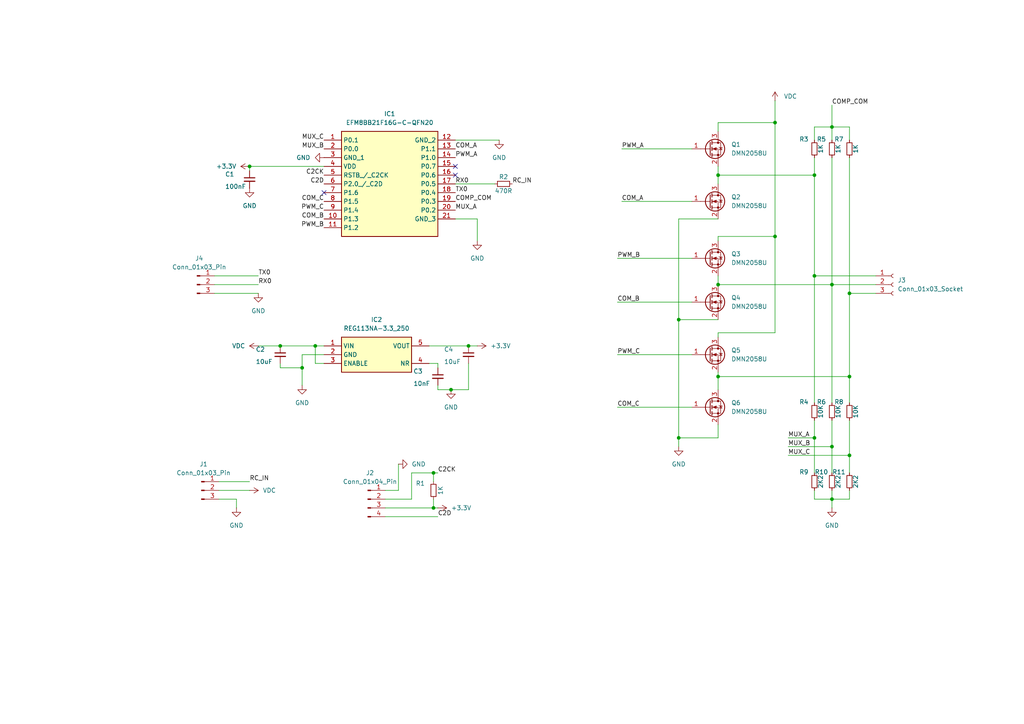
<source format=kicad_sch>
(kicad_sch (version 20231120) (generator "eeschema") (generator_version "8.0")
  (paper "A4")
  (lib_symbols
    (symbol "Connector:Conn_01x03_Pin" (pin_names (offset 1.016) hide)
      (property "Reference" "J" (at 0 5.08 0))
      (property "Value" "Conn_01x03_Pin" (at 0 -5.08 0))
      (symbol "Conn_01x03_Pin_1_1"
        (polyline (pts (xy 1.27 -2.54) (xy 0.8636 -2.54)) (stroke (width 0.1524)))
        (polyline (pts (xy 1.27 0) (xy 0.8636 0)) (stroke (width 0.1524)))
        (polyline (pts (xy 1.27 2.54) (xy 0.8636 2.54)) (stroke (width 0.1524)))
        (rectangle (start 0.8636 -2.413) (end 0 -2.667) (stroke (width 0.1524)) (fill (type outline)))
        (rectangle (start 0.8636 0.127) (end 0 -0.127) (stroke (width 0.1524)) (fill (type outline)))
        (rectangle (start 0.8636 2.667) (end 0 2.413) (stroke (width 0.1524)) (fill (type outline)))
        (pin passive line (at 5.08 2.54 180) (length 3.81) (name "Pin_1") (number "1"))
        (pin passive line (at 5.08 0 180) (length 3.81) (name "Pin_2") (number "2"))
        (pin passive line (at 5.08 -2.54 180) (length 3.81) (name "Pin_3") (number "3"))
      )
    )
    (symbol "Connector:Conn_01x03_Socket" (pin_names (offset 1.016) hide)
      (property "Reference" "J" (at 0 5.08 0))
      (property "Value" "Conn_01x03_Socket" (at 0 -5.08 0))
      (symbol "Conn_01x03_Socket_1_1"
        (arc (start 0 -2.032) (mid -0.5058 -2.54) (end 0 -3.048) (stroke (width 0.1524)))
        (polyline (pts (xy -1.27 -2.54) (xy -0.508 -2.54)) (stroke (width 0.1524)))
        (polyline (pts (xy -1.27 0) (xy -0.508 0)) (stroke (width 0.1524)))
        (polyline (pts (xy -1.27 2.54) (xy -0.508 2.54)) (stroke (width 0.1524)))
        (arc (start 0 0.508) (mid -0.5058 0) (end 0 -0.508) (stroke (width 0.1524)))
        (arc (start 0 3.048) (mid -0.5058 2.54) (end 0 2.032) (stroke (width 0.1524)))
        (pin passive line (at -5.08 2.54 0) (length 3.81) (name "Pin_1") (number "1"))
        (pin passive line (at -5.08 0 0) (length 3.81) (name "Pin_2") (number "2"))
        (pin passive line (at -5.08 -2.54 0) (length 3.81) (name "Pin_3") (number "3"))
      )
    )
    (symbol "Connector:Conn_01x04_Pin" (pin_names (offset 1.016) hide)
      (property "Reference" "J" (at 0 5.08 0))
      (property "Value" "Conn_01x04_Pin" (at 0 -7.62 0))
      (symbol "Conn_01x04_Pin_1_1"
        (polyline (pts (xy 1.27 -5.08) (xy 0.8636 -5.08)) (stroke (width 0.1524)))
        (polyline (pts (xy 1.27 -2.54) (xy 0.8636 -2.54)) (stroke (width 0.1524)))
        (polyline (pts (xy 1.27 0) (xy 0.8636 0)) (stroke (width 0.1524)))
        (polyline (pts (xy 1.27 2.54) (xy 0.8636 2.54)) (stroke (width 0.1524)))
        (rectangle (start 0.8636 -4.953) (end 0 -5.207) (stroke (width 0.1524)) (fill (type outline)))
        (rectangle (start 0.8636 -2.413) (end 0 -2.667) (stroke (width 0.1524)) (fill (type outline)))
        (rectangle (start 0.8636 0.127) (end 0 -0.127) (stroke (width 0.1524)) (fill (type outline)))
        (rectangle (start 0.8636 2.667) (end 0 2.413) (stroke (width 0.1524)) (fill (type outline)))
        (pin passive line (at 5.08 2.54 180) (length 3.81) (name "Pin_1") (number "1"))
        (pin passive line (at 5.08 0 180) (length 3.81) (name "Pin_2") (number "2"))
        (pin passive line (at 5.08 -2.54 180) (length 3.81) (name "Pin_3") (number "3"))
        (pin passive line (at 5.08 -5.08 180) (length 3.81) (name "Pin_4") (number "4"))
      )
    )
    (symbol "Device:C_Small" (pin_numbers hide) (pin_names (offset 0.254) hide)
      (property "Reference" "C" (at 0.254 1.778 0))
      (property "Value" "C_Small" (at 0.254 -2.032 0))
      (symbol "C_Small_0_1"
        (polyline (pts (xy -1.524 -0.508) (xy 1.524 -0.508)) (stroke (width 0.3302)))
        (polyline (pts (xy -1.524 0.508) (xy 1.524 0.508)) (stroke (width 0.3048)))
      )
      (symbol "C_Small_1_1"
        (pin passive line (at 0 2.54 270) (length 2.032) (name "~") (number "1"))
        (pin passive line (at 0 -2.54 90) (length 2.032) (name "~") (number "2"))
      )
    )
    (symbol "Device:R_Small" (pin_numbers hide) (pin_names (offset 0.254) hide)
      (property "Reference" "R" (at 0.762 0.508 0))
      (property "Value" "R_Small" (at 0.762 -1.016 0))
      (symbol "R_Small_0_1"
        (rectangle (start -0.762 1.778) (end 0.762 -1.778) (stroke (width 0.2032)))
      )
      (symbol "R_Small_1_1"
        (pin passive line (at 0 2.54 270) (length 0.762) (name "~") (number "1"))
        (pin passive line (at 0 -2.54 90) (length 0.762) (name "~") (number "2"))
      )
    )
    (symbol "Transistor_FET:DMN2058U" (pin_names hide)
      (property "Reference" "Q" (at 5.08 1.905 0))
      (property "Value" "DMN2058U" (at 5.08 0 0))
      (symbol "DMN2058U_0_1"
        (polyline (pts (xy 0.254 0) (xy -2.54 0)))
        (polyline (pts (xy 0.254 1.905) (xy 0.254 -1.905)) (stroke (width 0.254)))
        (polyline (pts (xy 0.762 -1.27) (xy 0.762 -2.286)) (stroke (width 0.254)))
        (polyline (pts (xy 0.762 0.508) (xy 0.762 -0.508)) (stroke (width 0.254)))
        (polyline (pts (xy 0.762 2.286) (xy 0.762 1.27)) (stroke (width 0.254)))
        (polyline (pts (xy 2.54 2.54) (xy 2.54 1.778)))
        (polyline (pts (xy 2.54 -2.54) (xy 2.54 0) (xy 0.762 0)))
        (polyline (pts (xy 0.762 -1.778) (xy 3.302 -1.778) (xy 3.302 1.778) (xy 0.762 1.778)))
        (polyline (pts (xy 1.016 0) (xy 2.032 0.381) (xy 2.032 -0.381) (xy 1.016 0)) (fill (type outline)))
        (polyline (pts (xy 2.794 0.508) (xy 2.921 0.381) (xy 3.683 0.381) (xy 3.81 0.254)))
        (polyline (pts (xy 3.302 0.381) (xy 2.921 -0.254) (xy 3.683 -0.254) (xy 3.302 0.381)))
        (circle (center 1.651 0) (radius 2.794) (stroke (width 0.254)))
        (circle (center 2.54 -1.778) (radius 0.254) (fill (type outline)))
        (circle (center 2.54 1.778) (radius 0.254) (fill (type outline)))
      )
      (symbol "DMN2058U_1_1"
        (pin input line (at -5.08 0 0) (length 2.54) (name "G") (number "1"))
        (pin passive line (at 2.54 -5.08 90) (length 2.54) (name "S") (number "2"))
        (pin passive line (at 2.54 5.08 270) (length 2.54) (name "D") (number "3"))
      )
    )
    (symbol "lib_blheli:EFM8BB21F16G-C-QFN20"
      (property "Reference" "IC" (at 34.29 7.62 0))
      (property "Value" "EFM8BB21F16G-C-QFN20" (at 34.29 5.08 0))
      (symbol "EFM8BB21F16G-C-QFN20_1_1"
        (rectangle (start 5.08 2.54) (end 33.02 -27.94) (stroke (width 0.254)) (fill (type background)))
        (pin passive line (at 0 0 0) (length 5.08) (name "P0.1") (number "1"))
        (pin passive line (at 0 -22.86 0) (length 5.08) (name "P1.3") (number "10"))
        (pin passive line (at 0 -25.4 0) (length 5.08) (name "P1.2") (number "11"))
        (pin passive line (at 38.1 0 180) (length 5.08) (name "GND_2") (number "12"))
        (pin passive line (at 38.1 -2.54 180) (length 5.08) (name "P1.1") (number "13"))
        (pin passive line (at 38.1 -5.08 180) (length 5.08) (name "P1.0") (number "14"))
        (pin passive line (at 38.1 -7.62 180) (length 5.08) (name "P0.7") (number "15"))
        (pin passive line (at 38.1 -10.16 180) (length 5.08) (name "P0.6") (number "16"))
        (pin passive line (at 38.1 -12.7 180) (length 5.08) (name "P0.5") (number "17"))
        (pin passive line (at 38.1 -15.24 180) (length 5.08) (name "P0.4") (number "18"))
        (pin passive line (at 38.1 -17.78 180) (length 5.08) (name "P0.3") (number "19"))
        (pin passive line (at 0 -2.54 0) (length 5.08) (name "P0.0") (number "2"))
        (pin passive line (at 38.1 -20.32 180) (length 5.08) (name "P0.2") (number "20"))
        (pin passive line (at 38.1 -22.86 180) (length 5.08) (name "GND_3") (number "21"))
        (pin passive line (at 0 -5.08 0) (length 5.08) (name "GND_1") (number "3"))
        (pin passive line (at 0 -7.62 0) (length 5.08) (name "VDD") (number "4"))
        (pin passive line (at 0 -10.16 0) (length 5.08) (name "RSTB_/_C2CK") (number "5"))
        (pin passive line (at 0 -12.7 0) (length 5.08) (name "P2.0_/_C2D") (number "6"))
        (pin passive line (at 0 -15.24 0) (length 5.08) (name "P1.6") (number "7"))
        (pin passive line (at 0 -17.78 0) (length 5.08) (name "P1.5") (number "8"))
        (pin passive line (at 0 -20.32 0) (length 5.08) (name "P1.4") (number "9"))
      )
    )
    (symbol "lib_blheli:REG113NA-3.3_250"
      (property "Reference" "IC" (at 26.67 7.62 0))
      (property "Value" "REG113NA-3.3_250" (at 26.67 5.08 0))
      (symbol "REG113NA-3.3_250_1_1"
        (rectangle (start 5.08 2.54) (end 25.4 -7.62) (stroke (width 0.254)) (fill (type background)))
        (pin passive line (at 0 0 0) (length 5.08) (name "VIN") (number "1"))
        (pin passive line (at 0 -2.54 0) (length 5.08) (name "GND") (number "2"))
        (pin passive line (at 0 -5.08 0) (length 5.08) (name "ENABLE") (number "3"))
        (pin passive line (at 30.48 -5.08 180) (length 5.08) (name "NR") (number "4"))
        (pin passive line (at 30.48 0 180) (length 5.08) (name "VOUT") (number "5"))
      )
    )
    (symbol "power:+3.3V" (power) (pin_numbers hide) (pin_names (offset 0) hide)
      (property "Value" "+3.3V" (at 0 3.556 0))
      (symbol "+3.3V_0_1"
        (polyline (pts (xy -0.762 1.27) (xy 0 2.54)))
        (polyline (pts (xy 0 0) (xy 0 2.54)))
        (polyline (pts (xy 0 2.54) (xy 0.762 1.27)))
      )
      (symbol "+3.3V_1_1"
        (pin power_in line (at 0 0 90) (length 0) (name "~") (number "1"))
      )
    )
    (symbol "power:GND" (power) (pin_numbers hide) (pin_names (offset 0) hide)
      (property "Value" "GND" (at 0 -3.81 0))
      (symbol "GND_0_1"
        (polyline (pts (xy 0 0) (xy 0 -1.27) (xy 1.27 -1.27) (xy 0 -2.54) (xy -1.27 -1.27) (xy 0 -1.27)))
      )
      (symbol "GND_1_1"
        (pin power_in line (at 0 0 270) (length 0) (name "~") (number "1"))
      )
    )
    (symbol "power:VDC" (power) (pin_numbers hide) (pin_names (offset 0) hide)
      (property "Value" "VDC" (at 0 3.556 0))
      (symbol "VDC_0_1"
        (polyline (pts (xy -0.762 1.27) (xy 0 2.54)))
        (polyline (pts (xy 0 0) (xy 0 2.54)))
        (polyline (pts (xy 0 2.54) (xy 0.762 1.27)))
      )
      (symbol "VDC_1_1"
        (pin power_in line (at 0 0 90) (length 0) (name "~") (number "1"))
      )
    )
  )
  (junction (at 246.38 109.22))
  (junction (at 241.3 36.83))
  (junction (at 72.39 48.26))
  (junction (at 87.63 106.68))
  (junction (at 246.38 85.09))
  (junction (at 241.3 144.78))
  (junction (at 236.22 80.01))
  (junction (at 208.28 50.8))
  (junction (at 224.79 68.58))
  (junction (at 208.28 109.22))
  (junction (at 241.3 129.54))
  (junction (at 91.44 100.33))
  (junction (at 125.73 147.32))
  (junction (at 241.3 82.55))
  (junction (at 236.22 50.8))
  (junction (at 208.28 82.55))
  (junction (at 246.38 132.08))
  (junction (at 196.85 127))
  (junction (at 236.22 127))
  (junction (at 224.79 35.56))
  (junction (at 196.85 92.71))
  (junction (at 125.73 137.16))
  (junction (at 81.28 100.33))
  (junction (at 135.89 100.33))
  (junction (at 130.81 113.03))
  (no_connect (at 93.98 55.88))
  (no_connect (at 132.08 48.26))
  (no_connect (at 132.08 50.8))
  (wire (pts (xy 236.22 50.8) (xy 236.22 80.01)))
  (wire (pts (xy 236.22 80.01) (xy 236.22 116.84)))
  (wire (pts (xy 241.3 45.72) (xy 241.3 82.55)))
  (wire (pts (xy 246.38 144.78) (xy 241.3 144.78)))
  (wire (pts (xy 179.07 102.87) (xy 200.66 102.87)))
  (wire (pts (xy 236.22 144.78) (xy 241.3 144.78)))
  (wire (pts (xy 125.73 144.78) (xy 125.73 147.32)))
  (wire (pts (xy 180.34 43.18) (xy 200.66 43.18)))
  (wire (pts (xy 124.46 100.33) (xy 135.89 100.33)))
  (wire (pts (xy 241.3 142.24) (xy 241.3 144.78)))
  (wire (pts (xy 208.28 107.95) (xy 208.28 109.22)))
  (wire (pts (xy 63.5 144.78) (xy 68.58 144.78)))
  (wire (pts (xy 236.22 80.01) (xy 254 80.01)))
  (wire (pts (xy 127 113.03) (xy 130.81 113.03)))
  (wire (pts (xy 127 105.41) (xy 127 106.68)))
  (wire (pts (xy 246.38 109.22) (xy 246.38 116.84)))
  (wire (pts (xy 81.28 100.33) (xy 91.44 100.33)))
  (wire (pts (xy 87.63 102.87) (xy 87.63 106.68)))
  (wire (pts (xy 236.22 36.83) (xy 241.3 36.83)))
  (wire (pts (xy 91.44 100.33) (xy 93.98 100.33)))
  (wire (pts (xy 208.28 96.52) (xy 208.28 97.79)))
  (wire (pts (xy 241.3 30.48) (xy 241.3 36.83)))
  (wire (pts (xy 241.3 144.78) (xy 241.3 147.32)))
  (wire (pts (xy 246.38 36.83) (xy 241.3 36.83)))
  (wire (pts (xy 179.07 74.93) (xy 200.66 74.93)))
  (wire (pts (xy 135.89 113.03) (xy 130.81 113.03)))
  (wire (pts (xy 196.85 127) (xy 196.85 129.54)))
  (wire (pts (xy 179.07 118.11) (xy 200.66 118.11)))
  (wire (pts (xy 208.28 63.5) (xy 196.85 63.5)))
  (wire (pts (xy 246.38 45.72) (xy 246.38 85.09)))
  (wire (pts (xy 208.28 48.26) (xy 208.28 50.8)))
  (wire (pts (xy 62.23 85.09) (xy 74.93 85.09)))
  (wire (pts (xy 241.3 121.92) (xy 241.3 129.54)))
  (wire (pts (xy 246.38 132.08) (xy 246.38 137.16)))
  (wire (pts (xy 246.38 121.92) (xy 246.38 132.08)))
  (wire (pts (xy 125.73 137.16) (xy 125.73 139.7)))
  (wire (pts (xy 246.38 85.09) (xy 246.38 109.22)))
  (wire (pts (xy 208.28 82.55) (xy 241.3 82.55)))
  (wire (pts (xy 115.57 134.62) (xy 115.57 142.24)))
  (wire (pts (xy 241.3 129.54) (xy 241.3 137.16)))
  (wire (pts (xy 228.6 132.08) (xy 246.38 132.08)))
  (wire (pts (xy 125.73 137.16) (xy 119.38 137.16)))
  (wire (pts (xy 236.22 127) (xy 236.22 137.16)))
  (wire (pts (xy 127 111.76) (xy 127 113.03)))
  (wire (pts (xy 81.28 105.41) (xy 81.28 106.68)))
  (wire (pts (xy 208.28 35.56) (xy 208.28 38.1)))
  (wire (pts (xy 62.23 82.55) (xy 74.93 82.55)))
  (wire (pts (xy 132.08 63.5) (xy 138.43 63.5)))
  (wire (pts (xy 138.43 63.5) (xy 138.43 69.85)))
  (wire (pts (xy 179.07 87.63) (xy 200.66 87.63)))
  (wire (pts (xy 68.58 144.78) (xy 68.58 147.32)))
  (wire (pts (xy 180.34 58.42) (xy 200.66 58.42)))
  (wire (pts (xy 72.39 48.26) (xy 72.39 49.53)))
  (wire (pts (xy 93.98 102.87) (xy 87.63 102.87)))
  (wire (pts (xy 208.28 80.01) (xy 208.28 82.55)))
  (wire (pts (xy 63.5 139.7) (xy 72.39 139.7)))
  (wire (pts (xy 127 137.16) (xy 125.73 137.16)))
  (wire (pts (xy 208.28 50.8) (xy 208.28 53.34)))
  (wire (pts (xy 228.6 129.54) (xy 241.3 129.54)))
  (wire (pts (xy 87.63 106.68) (xy 87.63 111.76)))
  (wire (pts (xy 208.28 68.58) (xy 224.79 68.58)))
  (wire (pts (xy 246.38 85.09) (xy 254 85.09)))
  (wire (pts (xy 208.28 35.56) (xy 224.79 35.56)))
  (wire (pts (xy 208.28 92.71) (xy 196.85 92.71)))
  (wire (pts (xy 208.28 109.22) (xy 246.38 109.22)))
  (wire (pts (xy 115.57 142.24) (xy 111.76 142.24)))
  (wire (pts (xy 246.38 142.24) (xy 246.38 144.78)))
  (wire (pts (xy 224.79 35.56) (xy 224.79 68.58)))
  (wire (pts (xy 224.79 96.52) (xy 208.28 96.52)))
  (wire (pts (xy 62.23 80.01) (xy 74.93 80.01)))
  (wire (pts (xy 81.28 106.68) (xy 87.63 106.68)))
  (wire (pts (xy 74.93 100.33) (xy 81.28 100.33)))
  (wire (pts (xy 236.22 40.64) (xy 236.22 36.83)))
  (wire (pts (xy 196.85 63.5) (xy 196.85 92.71)))
  (wire (pts (xy 119.38 144.78) (xy 111.76 144.78)))
  (wire (pts (xy 124.46 105.41) (xy 127 105.41)))
  (wire (pts (xy 246.38 40.64) (xy 246.38 36.83)))
  (wire (pts (xy 224.79 29.21) (xy 224.79 35.56)))
  (wire (pts (xy 132.08 53.34) (xy 143.51 53.34)))
  (wire (pts (xy 236.22 142.24) (xy 236.22 144.78)))
  (wire (pts (xy 208.28 127) (xy 196.85 127)))
  (wire (pts (xy 208.28 109.22) (xy 208.28 113.03)))
  (wire (pts (xy 196.85 92.71) (xy 196.85 127)))
  (wire (pts (xy 224.79 68.58) (xy 224.79 96.52)))
  (wire (pts (xy 127 149.86) (xy 111.76 149.86)))
  (wire (pts (xy 135.89 100.33) (xy 138.43 100.33)))
  (wire (pts (xy 132.08 40.64) (xy 144.78 40.64)))
  (wire (pts (xy 241.3 36.83) (xy 241.3 40.64)))
  (wire (pts (xy 236.22 45.72) (xy 236.22 50.8)))
  (wire (pts (xy 111.76 147.32) (xy 125.73 147.32)))
  (wire (pts (xy 93.98 105.41) (xy 91.44 105.41)))
  (wire (pts (xy 125.73 147.32) (xy 127 147.32)))
  (wire (pts (xy 208.28 50.8) (xy 236.22 50.8)))
  (wire (pts (xy 208.28 123.19) (xy 208.28 127)))
  (wire (pts (xy 228.6 127) (xy 236.22 127)))
  (wire (pts (xy 119.38 137.16) (xy 119.38 144.78)))
  (wire (pts (xy 241.3 82.55) (xy 241.3 116.84)))
  (wire (pts (xy 72.39 48.26) (xy 93.98 48.26)))
  (wire (pts (xy 208.28 68.58) (xy 208.28 69.85)))
  (wire (pts (xy 91.44 105.41) (xy 91.44 100.33)))
  (wire (pts (xy 135.89 105.41) (xy 135.89 113.03)))
  (wire (pts (xy 63.5 142.24) (xy 72.39 142.24)))
  (wire (pts (xy 236.22 121.92) (xy 236.22 127)))
  (wire (pts (xy 241.3 82.55) (xy 254 82.55)))
  (label "PWM_C" (at 93.98 60.96 180))
  (label "COMP_COM" (at 241.3 30.48 0))
  (label "PWM_A" (at 132.08 45.72 0))
  (label "COM_B" (at 93.98 63.5 180))
  (label "PWM_B" (at 179.07 74.93 0))
  (label "C2CK" (at 127 137.16 0))
  (label "TX0" (at 74.93 80.01 0))
  (label "COM_C" (at 179.07 118.11 0))
  (label "C2D" (at 93.98 53.34 180))
  (label "C2D" (at 127 149.86 0))
  (label "RC_IN" (at 72.39 139.7 0))
  (label "MUX_A" (at 132.08 60.96 0))
  (label "COMP_COM" (at 132.08 58.42 0))
  (label "TX0" (at 132.08 55.88 0))
  (label "MUX_C" (at 228.6 132.08 0))
  (label "PWM_A" (at 180.34 43.18 0))
  (label "COM_A" (at 180.34 58.42 0))
  (label "MUX_A" (at 228.6 127 0))
  (label "RX0" (at 132.08 53.34 0))
  (label "PWM_B" (at 93.98 66.04 180))
  (label "COM_B" (at 179.07 87.63 0))
  (label "MUX_B" (at 228.6 129.54 0))
  (label "COM_A" (at 132.08 43.18 0))
  (label "MUX_B" (at 93.98 43.18 180))
  (label "PWM_C" (at 179.07 102.87 0))
  (label "RC_IN" (at 148.59 53.34 0))
  (label "RX0" (at 74.93 82.55 0))
  (label "MUX_C" (at 93.98 40.64 180))
  (label "C2CK" (at 93.98 50.8 180))
  (label "COM_C" (at 93.98 58.42 180))
  (symbol (lib_id "power:GND") (at 130.81 113.03 0) (unit 1)
    (property "Reference" "#PWR017" (effects (hide yes)))
    (property "Value" "GND" (at 130.81 118.11 0))
    (property "Description" "Power symbol creates a global label with name \"GND\" , ground" (effects (hide yes)))
  )
  (symbol (lib_id "power:+3.3V") (at 72.39 48.26 90) (unit 1)
    (property "Reference" "#PWR01" (effects (hide yes)))
    (property "Value" "+3.3V" (at 68.58 48.2599 90) (effects (justify left)))
    (property "Description" "Power symbol creates a global label with name \"+3.3V\"" (effects (hide yes)))
  )
  (symbol (lib_id "Device:R_Small") (at 241.3 43.18 180) (unit 1)
    (property "Reference" "R5" (at 238.252 40.386 0))
    (property "Value" "1K" (at 243.078 43.18 90))
    (property "Footprint" "Resistor_SMD:R_0603_1608Metric" (effects (hide yes)))
    (property "Description" "Resistor, small symbol" (effects (hide yes)))
  )
  (symbol (lib_id "power:+3.3V") (at 138.43 100.33 270) (unit 1)
    (property "Reference" "#PWR014" (effects (hide yes)))
    (property "Value" "+3.3V" (at 142.24 100.3299 90) (effects (justify left)))
    (property "Description" "Power symbol creates a global label with name \"+3.3V\"" (effects (hide yes)))
  )
  (symbol (lib_id "lib_blheli:REG113NA-3.3_250") (at 93.98 100.33 0) (unit 1)
    (property "Reference" "IC2" (at 109.22 92.71 0))
    (property "Value" "REG113NA-3.3_250" (at 109.22 95.25 0))
    (property "Footprint" "footprint_blheli:SOT95P280X145-5N" (effects (hide yes)))
    (property "Datasheet" "https://www.ti.com/lit/ds/symlink/reg113.pdf?HQS=TI-null-null-digikeymode-df-pf-null-wwe&ts=1598418988336" (effects (hide yes)))
    (property "Description" "400mA,3.3V,LDO Voltage Reg.,REG113NA-3.3" (effects (hide yes)))
    (property "Height" "1.45" (effects (hide yes)))
    (property "Mouser Part Number" "595-REG113NA-3.3/250" (effects (hide yes)))
    (property "Mouser Price/Stock" "https://www.mouser.co.uk/ProductDetail/Texas-Instruments/REG113NA-3.3-250?qs=sSOk4GDDv7yFG3C8mHlZXA%3D%3D" (effects (hide yes)))
    (property "Manufacturer_Name" "Texas Instruments" (effects (hide yes)))
    (property "Manufacturer_Part_Number" "REG113NA-3.3/250" (effects (hide yes)))
  )
  (symbol (lib_id "Connector:Conn_01x03_Socket") (at 259.08 82.55 0) (unit 1)
    (property "Reference" "J3" (at 260.35 81.2799 0) (effects (justify left)))
    (property "Value" "Conn_01x03_Socket" (at 260.35 83.8199 0) (effects (justify left)))
    (property "Footprint" "Connector_PinHeader_2.00mm:PinHeader_1x03_P2.00mm_Vertical" (effects (hide yes)))
    (property "Description" "Generic connector, single row, 01x03, script generated" (effects (hide yes)))
  )
  (symbol (lib_id "Device:R_Small") (at 146.05 53.34 90) (unit 1)
    (property "Reference" "R2" (at 146.05 51.308 90))
    (property "Value" "470R" (at 146.05 55.372 90))
    (property "Footprint" "Resistor_SMD:R_0603_1608Metric" (effects (hide yes)))
    (property "Description" "Resistor, small symbol" (effects (hide yes)))
  )
  (symbol (lib_id "Transistor_FET:DMN2058U") (at 205.74 74.93 0) (unit 1)
    (property "Reference" "Q3" (at 212.09 73.6599 0) (effects (justify left)))
    (property "Value" "DMN2058U" (at 212.09 76.1999 0) (effects (justify left)))
    (property "Footprint" "Package_TO_SOT_SMD:SOT-23" (effects (hide yes)))
    (property "Datasheet" "http://www.diodes.com/assets/Datasheets/DMN2058U.pdf" (effects (hide yes)))
    (property "Description" "4.6A Id, 20V Vds, N-Channel MOSFET, SOT-23" (effects (hide yes)))
  )
  (symbol (lib_id "Transistor_FET:DMN2058U") (at 205.74 87.63 0) (unit 1)
    (property "Reference" "Q4" (at 212.09 86.3599 0) (effects (justify left)))
    (property "Value" "DMN2058U" (at 212.09 88.8999 0) (effects (justify left)))
    (property "Footprint" "Package_TO_SOT_SMD:SOT-23" (effects (hide yes)))
    (property "Datasheet" "http://www.diodes.com/assets/Datasheets/DMN2058U.pdf" (effects (hide yes)))
    (property "Description" "4.6A Id, 20V Vds, N-Channel MOSFET, SOT-23" (effects (hide yes)))
  )
  (symbol (lib_id "Device:C_Small") (at 81.28 102.87 0) (unit 1)
    (property "Reference" "C2" (at 74.168 101.346 0) (effects (justify left)))
    (property "Value" "10uF" (at 74.168 104.902 0) (effects (justify left)))
    (property "Footprint" "Capacitor_SMD:C_0603_1608Metric" (effects (hide yes)))
    (property "Description" "Unpolarized capacitor, small symbol" (effects (hide yes)))
  )
  (symbol (lib_id "power:GND") (at 115.57 134.62 90) (unit 1)
    (property "Reference" "#PWR06" (effects (hide yes)))
    (property "Value" "GND" (at 119.38 134.6199 90) (effects (justify right)))
    (property "Description" "Power symbol creates a global label with name \"GND\" , ground" (effects (hide yes)))
  )
  (symbol (lib_id "Connector:Conn_01x04_Pin") (at 106.68 144.78 0) (unit 1)
    (property "Reference" "J2" (at 107.315 137.16 0))
    (property "Value" "Conn_01x04_Pin" (at 107.315 139.7 0))
    (property "Footprint" "Connector_PinHeader_1.27mm:PinHeader_1x04_P1.27mm_Vertical" (effects (hide yes)))
    (property "Description" "Generic connector, single row, 01x04, script generated" (effects (hide yes)))
  )
  (symbol (lib_id "Device:R_Small") (at 246.38 119.38 180) (unit 1)
    (property "Reference" "R8" (at 243.332 116.586 0))
    (property "Value" "10K" (at 248.158 119.38 90))
    (property "Footprint" "Resistor_SMD:R_0603_1608Metric" (effects (hide yes)))
    (property "Description" "Resistor, small symbol" (effects (hide yes)))
  )
  (symbol (lib_id "power:VDC") (at 224.79 29.21 0) (unit 1)
    (property "Reference" "#PWR011" (effects (hide yes)))
    (property "Value" "VDC" (at 227.33 27.9399 0) (effects (justify left)))
    (property "Description" "Power symbol creates a global label with name \"VDC\"" (effects (hide yes)))
  )
  (symbol (lib_id "Device:R_Small") (at 236.22 139.7 180) (unit 1)
    (property "Reference" "R9" (at 233.172 136.906 0))
    (property "Value" "2K2" (at 237.998 139.7 90))
    (property "Footprint" "Resistor_SMD:R_0603_1608Metric" (effects (hide yes)))
    (property "Description" "Resistor, small symbol" (effects (hide yes)))
  )
  (symbol (lib_id "Device:R_Small") (at 236.22 119.38 180) (unit 1)
    (property "Reference" "R4" (at 233.172 116.586 0))
    (property "Value" "10K" (at 237.998 119.38 90))
    (property "Footprint" "Resistor_SMD:R_0603_1608Metric" (effects (hide yes)))
    (property "Description" "Resistor, small symbol" (effects (hide yes)))
  )
  (symbol (lib_id "Device:R_Small") (at 241.3 139.7 180) (unit 1)
    (property "Reference" "R10" (at 238.252 136.906 0))
    (property "Value" "2K2" (at 243.078 139.7 90))
    (property "Footprint" "Resistor_SMD:R_0603_1608Metric" (effects (hide yes)))
    (property "Description" "Resistor, small symbol" (effects (hide yes)))
  )
  (symbol (lib_id "Device:R_Small") (at 246.38 43.18 180) (unit 1)
    (property "Reference" "R7" (at 243.332 40.386 0))
    (property "Value" "1K" (at 248.158 43.18 90))
    (property "Footprint" "Resistor_SMD:R_0603_1608Metric" (effects (hide yes)))
    (property "Description" "Resistor, small symbol" (effects (hide yes)))
  )
  (symbol (lib_id "Device:R_Small") (at 246.38 139.7 180) (unit 1)
    (property "Reference" "R11" (at 243.332 136.906 0))
    (property "Value" "2K2" (at 248.158 139.7 90))
    (property "Footprint" "Resistor_SMD:R_0603_1608Metric" (effects (hide yes)))
    (property "Description" "Resistor, small symbol" (effects (hide yes)))
  )
  (symbol (lib_id "Transistor_FET:DMN2058U") (at 205.74 58.42 0) (unit 1)
    (property "Reference" "Q2" (at 212.09 57.1499 0) (effects (justify left)))
    (property "Value" "DMN2058U" (at 212.09 59.6899 0) (effects (justify left)))
    (property "Footprint" "Package_TO_SOT_SMD:SOT-23" (effects (hide yes)))
    (property "Datasheet" "http://www.diodes.com/assets/Datasheets/DMN2058U.pdf" (effects (hide yes)))
    (property "Description" "4.6A Id, 20V Vds, N-Channel MOSFET, SOT-23" (effects (hide yes)))
  )
  (symbol (lib_id "Transistor_FET:DMN2058U") (at 205.74 118.11 0) (unit 1)
    (property "Reference" "Q6" (at 212.09 116.8399 0) (effects (justify left)))
    (property "Value" "DMN2058U" (at 212.09 119.3799 0) (effects (justify left)))
    (property "Footprint" "Package_TO_SOT_SMD:SOT-23" (effects (hide yes)))
    (property "Datasheet" "http://www.diodes.com/assets/Datasheets/DMN2058U.pdf" (effects (hide yes)))
    (property "Description" "4.6A Id, 20V Vds, N-Channel MOSFET, SOT-23" (effects (hide yes)))
  )
  (symbol (lib_id "Device:R_Small") (at 236.22 43.18 180) (unit 1)
    (property "Reference" "R3" (at 233.172 40.386 0))
    (property "Value" "1K" (at 237.998 43.18 90))
    (property "Footprint" "Resistor_SMD:R_0603_1608Metric" (effects (hide yes)))
    (property "Description" "Resistor, small symbol" (effects (hide yes)))
  )
  (symbol (lib_id "Device:C_Small") (at 135.89 102.87 0) (unit 1)
    (property "Reference" "C4" (at 128.778 101.346 0) (effects (justify left)))
    (property "Value" "10uF" (at 128.778 104.902 0) (effects (justify left)))
    (property "Footprint" "Capacitor_SMD:C_0603_1608Metric" (effects (hide yes)))
    (property "Description" "Unpolarized capacitor, small symbol" (effects (hide yes)))
  )
  (symbol (lib_id "Transistor_FET:DMN2058U") (at 205.74 43.18 0) (unit 1)
    (property "Reference" "Q1" (at 212.09 41.9099 0) (effects (justify left)))
    (property "Value" "DMN2058U" (at 212.09 44.4499 0) (effects (justify left)))
    (property "Footprint" "Package_TO_SOT_SMD:SOT-23" (effects (hide yes)))
    (property "Datasheet" "http://www.diodes.com/assets/Datasheets/DMN2058U.pdf" (effects (hide yes)))
    (property "Description" "4.6A Id, 20V Vds, N-Channel MOSFET, SOT-23" (effects (hide yes)))
  )
  (symbol (lib_id "Device:R_Small") (at 125.73 142.24 180) (unit 1)
    (property "Reference" "R1" (at 121.92 140.208 0))
    (property "Value" "1K" (at 127.762 142.24 90))
    (property "Footprint" "Resistor_SMD:R_0603_1608Metric" (effects (hide yes)))
    (property "Description" "Resistor, small symbol" (effects (hide yes)))
  )
  (symbol (lib_id "power:GND") (at 138.43 69.85 0) (unit 1)
    (property "Reference" "#PWR02" (effects (hide yes)))
    (property "Value" "GND" (at 138.43 74.93 0))
    (property "Description" "Power symbol creates a global label with name \"GND\" , ground" (effects (hide yes)))
  )
  (symbol (lib_id "Connector:Conn_01x03_Pin") (at 57.15 82.55 0) (unit 1)
    (property "Reference" "J4" (at 57.785 74.93 0))
    (property "Value" "Conn_01x03_Pin" (at 57.785 77.47 0))
    (property "Footprint" "Connector_PinHeader_2.00mm:PinHeader_1x03_P2.00mm_Vertical" (effects (hide yes)))
    (property "Description" "Generic connector, single row, 01x03, script generated" (effects (hide yes)))
  )
  (symbol (lib_id "power:GND") (at 74.93 85.09 0) (unit 1)
    (property "Reference" "#PWR09" (effects (hide yes)))
    (property "Value" "GND" (at 74.93 90.17 0))
    (property "Description" "Power symbol creates a global label with name \"GND\" , ground" (effects (hide yes)))
  )
  (symbol (lib_id "Device:C_Small") (at 72.39 52.07 0) (unit 1)
    (property "Reference" "C1" (at 65.278 50.546 0) (effects (justify left)))
    (property "Value" "100nF" (at 65.278 54.102 0) (effects (justify left)))
    (property "Footprint" "Capacitor_SMD:C_0603_1608Metric" (effects (hide yes)))
    (property "Description" "Unpolarized capacitor, small symbol" (effects (hide yes)))
  )
  (symbol (lib_id "Device:R_Small") (at 241.3 119.38 180) (unit 1)
    (property "Reference" "R6" (at 238.252 116.586 0))
    (property "Value" "10K" (at 243.078 119.38 90))
    (property "Footprint" "Resistor_SMD:R_0603_1608Metric" (effects (hide yes)))
    (property "Description" "Resistor, small symbol" (effects (hide yes)))
  )
  (symbol (lib_id "power:GND") (at 196.85 129.54 0) (unit 1)
    (property "Reference" "#PWR08" (effects (hide yes)))
    (property "Value" "GND" (at 196.85 134.62 0))
    (property "Description" "Power symbol creates a global label with name \"GND\" , ground" (effects (hide yes)))
  )
  (symbol (lib_id "power:VDC") (at 74.93 100.33 90) (unit 1)
    (property "Reference" "#PWR015" (effects (hide yes)))
    (property "Value" "VDC" (at 71.12 100.3299 90) (effects (justify left)))
    (property "Description" "Power symbol creates a global label with name \"VDC\"" (effects (hide yes)))
  )
  (symbol (lib_id "power:GND") (at 72.39 54.61 0) (unit 1)
    (property "Reference" "#PWR05" (effects (hide yes)))
    (property "Value" "GND" (at 72.39 59.69 0))
    (property "Description" "Power symbol creates a global label with name \"GND\" , ground" (effects (hide yes)))
  )
  (symbol (lib_id "Connector:Conn_01x03_Pin") (at 58.42 142.24 0) (unit 1)
    (property "Reference" "J1" (at 59.055 134.62 0))
    (property "Value" "Conn_01x03_Pin" (at 59.055 137.16 0))
    (property "Footprint" "footprint_blheli:HEADER_1x03_2.54mm_CASTELLATED" (effects (hide yes)))
    (property "Description" "Generic connector, single row, 01x03, script generated" (effects (hide yes)))
  )
  (symbol (lib_id "Transistor_FET:DMN2058U") (at 205.74 102.87 0) (unit 1)
    (property "Reference" "Q5" (at 212.09 101.5999 0) (effects (justify left)))
    (property "Value" "DMN2058U" (at 212.09 104.1399 0) (effects (justify left)))
    (property "Footprint" "Package_TO_SOT_SMD:SOT-23" (effects (hide yes)))
    (property "Datasheet" "http://www.diodes.com/assets/Datasheets/DMN2058U.pdf" (effects (hide yes)))
    (property "Description" "4.6A Id, 20V Vds, N-Channel MOSFET, SOT-23" (effects (hide yes)))
  )
  (symbol (lib_id "power:GND") (at 87.63 111.76 0) (unit 1)
    (property "Reference" "#PWR016" (effects (hide yes)))
    (property "Value" "GND" (at 87.63 116.84 0))
    (property "Description" "Power symbol creates a global label with name \"GND\" , ground" (effects (hide yes)))
  )
  (symbol (lib_id "power:+3.3V") (at 127 147.32 270) (unit 1)
    (property "Reference" "#PWR07" (effects (hide yes)))
    (property "Value" "+3.3V" (at 130.81 147.3199 90) (effects (justify left)))
    (property "Description" "Power symbol creates a global label with name \"+3.3V\"" (effects (hide yes)))
  )
  (symbol (lib_id "power:VDC") (at 72.39 142.24 270) (unit 1)
    (property "Reference" "#PWR018" (effects (hide yes)))
    (property "Value" "VDC" (at 76.2 142.2399 90) (effects (justify left)))
    (property "Description" "Power symbol creates a global label with name \"VDC\"" (effects (hide yes)))
  )
  (symbol (lib_id "power:GND") (at 241.3 147.32 0) (unit 1)
    (property "Reference" "#PWR020" (effects (hide yes)))
    (property "Value" "GND" (at 241.3 152.4 0))
    (property "Description" "Power symbol creates a global label with name \"GND\" , ground" (effects (hide yes)))
  )
  (symbol (lib_id "power:GND") (at 144.78 40.64 0) (unit 1)
    (property "Reference" "#PWR03" (effects (hide yes)))
    (property "Value" "GND" (at 144.78 45.72 0))
    (property "Description" "Power symbol creates a global label with name \"GND\" , ground" (effects (hide yes)))
  )
  (symbol (lib_id "lib_blheli:EFM8BB21F16G-C-QFN20") (at 93.98 40.64 0) (unit 1)
    (property "Reference" "IC1" (at 113.03 33.02 0))
    (property "Value" "EFM8BB21F16G-C-QFN20" (at 113.03 35.56 0))
    (property "Footprint" "footprint_blheli:CP2102NA02GQFN20" (effects (hide yes)))
    (property "Datasheet" "http://www.silabs.com/documents/public/data-sheets/efm8bb2-datasheet.pdf" (effects (hide yes)))
    (property "Description" "SILICON LABS - EFM8BB21F16G-C-QFN20 - MCU, 8BIT, 50MHZ, QFN-20" (effects (hide yes)))
    (property "Height" "0.8" (effects (hide yes)))
    (property "Mouser Part Number" "634-8BB21F16GCQFN20" (effects (hide yes)))
    (property "Mouser Price/Stock" "https://www.mouser.co.uk/ProductDetail/Silicon-Labs/EFM8BB21F16G-C-QFN20?qs=6viq6gG%252BWEuAESRIgdsUXg%3D%3D" (effects (hide yes)))
    (property "Manufacturer_Name" "Silicon Labs" (effects (hide yes)))
    (property "Manufacturer_Part_Number" "EFM8BB21F16G-C-QFN20" (effects (hide yes)))
  )
  (symbol (lib_id "Device:C_Small") (at 127 109.22 0) (unit 1)
    (property "Reference" "C3" (at 119.888 107.696 0) (effects (justify left)))
    (property "Value" "10nF" (at 119.888 111.252 0) (effects (justify left)))
    (property "Footprint" "Capacitor_SMD:C_0603_1608Metric" (effects (hide yes)))
    (property "Description" "Unpolarized capacitor, small symbol" (effects (hide yes)))
  )
  (symbol (lib_id "power:GND") (at 93.98 45.72 270) (unit 1)
    (property "Reference" "#PWR04" (effects (hide yes)))
    (property "Value" "GND" (at 90.0328 45.7199 90) (effects (justify right)))
    (property "Description" "Power symbol creates a global label with name \"GND\" , ground" (effects (hide yes)))
  )
  (symbol (lib_id "power:GND") (at 68.58 147.32 0) (unit 1)
    (property "Reference" "#PWR019" (effects (hide yes)))
    (property "Value" "GND" (at 68.58 152.4 0))
    (property "Description" "Power symbol creates a global label with name \"GND\" , ground" (effects (hide yes)))
  )
)
</source>
